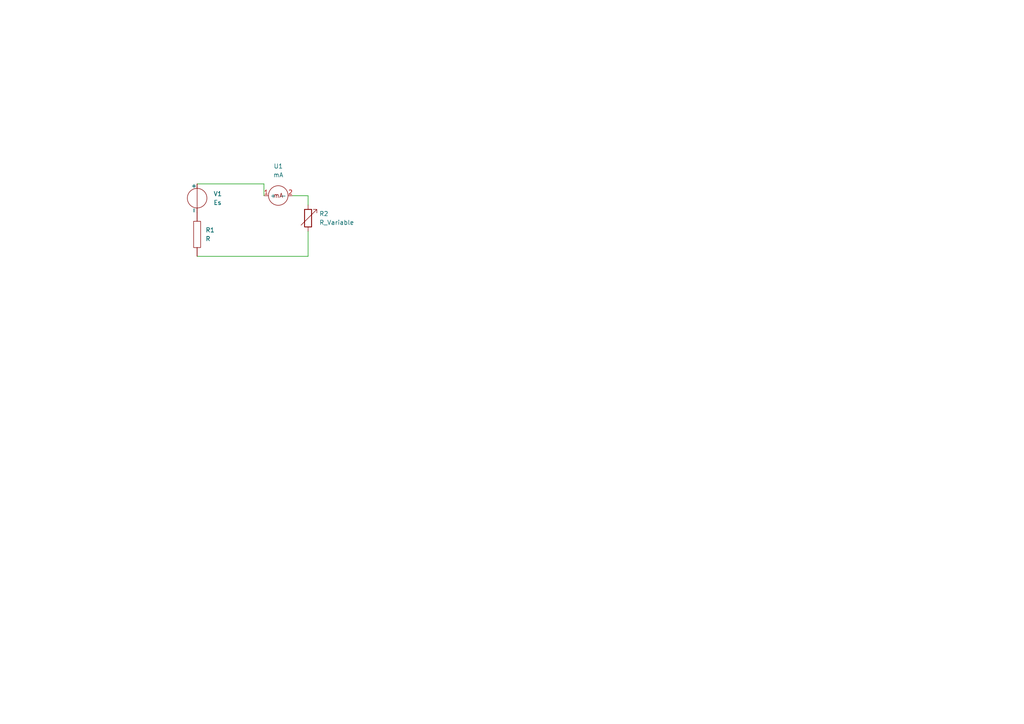
<source format=kicad_sch>
(kicad_sch (version 20211123) (generator eeschema)

  (uuid 185d1909-3263-40f4-8acf-f3df86ddf3ac)

  (paper "A4")

  (lib_symbols
    (symbol "Device:R_Variable" (pin_numbers hide) (pin_names (offset 0)) (in_bom yes) (on_board yes)
      (property "Reference" "R" (id 0) (at 2.54 -2.54 90)
        (effects (font (size 1.27 1.27)) (justify left))
      )
      (property "Value" "R_Variable" (id 1) (at -2.54 -1.27 90)
        (effects (font (size 1.27 1.27)) (justify left))
      )
      (property "Footprint" "" (id 2) (at -1.778 0 90)
        (effects (font (size 1.27 1.27)) hide)
      )
      (property "Datasheet" "~" (id 3) (at 0 0 0)
        (effects (font (size 1.27 1.27)) hide)
      )
      (property "ki_keywords" "R res resistor variable potentiometer rheostat" (id 4) (at 0 0 0)
        (effects (font (size 1.27 1.27)) hide)
      )
      (property "ki_description" "Variable resistor" (id 5) (at 0 0 0)
        (effects (font (size 1.27 1.27)) hide)
      )
      (property "ki_fp_filters" "R_*" (id 6) (at 0 0 0)
        (effects (font (size 1.27 1.27)) hide)
      )
      (symbol "R_Variable_0_1"
        (rectangle (start -1.016 -2.54) (end 1.016 2.54)
          (stroke (width 0.254) (type default) (color 0 0 0 0))
          (fill (type none))
        )
        (polyline
          (pts
            (xy 2.54 1.524)
            (xy 2.54 2.54)
            (xy 1.524 2.54)
            (xy 2.54 2.54)
            (xy -2.032 -2.032)
          )
          (stroke (width 0) (type default) (color 0 0 0 0))
          (fill (type none))
        )
      )
      (symbol "R_Variable_1_1"
        (pin passive line (at 0 3.81 270) (length 1.27)
          (name "~" (effects (font (size 1.27 1.27))))
          (number "1" (effects (font (size 1.27 1.27))))
        )
        (pin passive line (at 0 -3.81 90) (length 1.27)
          (name "~" (effects (font (size 1.27 1.27))))
          (number "2" (effects (font (size 1.27 1.27))))
        )
      )
    )
    (symbol "pspice:R" (pin_numbers hide) (pin_names (offset 0)) (in_bom yes) (on_board yes)
      (property "Reference" "R" (id 0) (at 2.032 0 90)
        (effects (font (size 1.27 1.27)))
      )
      (property "Value" "R" (id 1) (at 0 0 90)
        (effects (font (size 1.27 1.27)))
      )
      (property "Footprint" "" (id 2) (at 0 0 0)
        (effects (font (size 1.27 1.27)) hide)
      )
      (property "Datasheet" "~" (id 3) (at 0 0 0)
        (effects (font (size 1.27 1.27)) hide)
      )
      (property "ki_keywords" "resistor simulation" (id 4) (at 0 0 0)
        (effects (font (size 1.27 1.27)) hide)
      )
      (property "ki_description" "Resistor symbol for simulation only" (id 5) (at 0 0 0)
        (effects (font (size 1.27 1.27)) hide)
      )
      (symbol "R_0_1"
        (rectangle (start -1.016 3.81) (end 1.016 -3.81)
          (stroke (width 0) (type default) (color 0 0 0 0))
          (fill (type none))
        )
      )
      (symbol "R_1_1"
        (pin passive line (at 0 6.35 270) (length 2.54)
          (name "~" (effects (font (size 1.27 1.27))))
          (number "1" (effects (font (size 1.27 1.27))))
        )
        (pin passive line (at 0 -6.35 90) (length 2.54)
          (name "~" (effects (font (size 1.27 1.27))))
          (number "2" (effects (font (size 1.27 1.27))))
        )
      )
    )
    (symbol "test2021:Es" (pin_numbers hide) (pin_names (offset 0)) (in_bom yes) (on_board yes)
      (property "Reference" "V" (id 0) (at -3.5306 2.667 0)
        (effects (font (size 1.27 1.27)))
      )
      (property "Value" "Es" (id 1) (at -2.9972 -3.3782 0)
        (effects (font (size 1.27 1.27)))
      )
      (property "Footprint" "" (id 2) (at -1.778 -0.0508 90)
        (effects (font (size 1.27 1.27)) hide)
      )
      (property "Datasheet" "~" (id 3) (at -3.5306 -1.1176 0)
        (effects (font (size 1.27 1.27)) hide)
      )
      (property "ki_keywords" "R res resistor" (id 4) (at 0 0 0)
        (effects (font (size 1.27 1.27)) hide)
      )
      (property "ki_description" "Resistor" (id 5) (at 0 0 0)
        (effects (font (size 1.27 1.27)) hide)
      )
      (property "ki_fp_filters" "R_*" (id 6) (at 0 0 0)
        (effects (font (size 1.27 1.27)) hide)
      )
      (symbol "Es_0_1"
        (circle (center 0 -0.0508) (radius 2.8398)
          (stroke (width 0) (type default) (color 0 0 0 0))
          (fill (type none))
        )
        (polyline
          (pts
            (xy 0 2.7686)
            (xy 0 2.7686)
          )
          (stroke (width 0) (type default) (color 0 0 0 0))
          (fill (type none))
        )
        (polyline
          (pts
            (xy 0 2.794)
            (xy 0 -2.921)
          )
          (stroke (width 0) (type default) (color 0 0 0 0))
          (fill (type none))
        )
      )
      (symbol "Es_1_1"
        (pin passive line (at 0 4.0894 270) (length 1.27)
          (name "+" (effects (font (size 1.27 1.27))))
          (number "1" (effects (font (size 1.27 1.27))))
        )
        (pin passive line (at 0 -4.2164 90) (length 1.27)
          (name "-" (effects (font (size 1.27 1.27))))
          (number "2" (effects (font (size 1.27 1.27))))
        )
      )
    )
    (symbol "test2021:mA" (in_bom yes) (on_board yes)
      (property "Reference" "U" (id 0) (at -1.1176 -3.556 0)
        (effects (font (size 1.27 1.27)))
      )
      (property "Value" "mA" (id 1) (at -4.6736 3.7592 0)
        (effects (font (size 1.27 1.27)))
      )
      (property "Footprint" "" (id 2) (at 0 0.0254 0)
        (effects (font (size 1.27 1.27)) hide)
      )
      (property "Datasheet" "" (id 3) (at 0 0.0254 0)
        (effects (font (size 1.27 1.27)) hide)
      )
      (symbol "mA_0_0"
        (text "mA" (at -0.1016 0.0508 0)
          (effects (font (size 1.27 1.27)))
        )
      )
      (symbol "mA_0_1"
        (circle (center -0.1143 0.0635) (radius 2.8398)
          (stroke (width 0) (type default) (color 0 0 0 0))
          (fill (type none))
        )
        (polyline
          (pts
            (xy -2.9337 0.0635)
            (xy -2.9337 0.0635)
          )
          (stroke (width 0) (type default) (color 0 0 0 0))
          (fill (type none))
        )
      )
      (symbol "mA_1_1"
        (pin passive line (at -4.2672 0 0) (length 1.27)
          (name "+" (effects (font (size 1.27 1.27))))
          (number "1" (effects (font (size 1.27 1.27))))
        )
        (pin passive line (at 4.064 0 180) (length 1.27)
          (name "-" (effects (font (size 1.27 1.27))))
          (number "2" (effects (font (size 1.27 1.27))))
        )
      )
    )
  )


  (wire (pts (xy 76.5556 53.34) (xy 76.5556 56.769))
    (stroke (width 0) (type default) (color 0 0 0 0))
    (uuid 1408f6f5-83ff-46bb-b147-952f88cd32ed)
  )
  (wire (pts (xy 57.1754 53.34) (xy 76.5556 53.34))
    (stroke (width 0) (type default) (color 0 0 0 0))
    (uuid 4122ec1a-8914-41c8-86ea-4f29a61740c8)
  )
  (wire (pts (xy 84.8868 56.769) (xy 89.3572 56.769))
    (stroke (width 0) (type default) (color 0 0 0 0))
    (uuid 46376083-4dad-4cb0-8e65-558aff9bd7bc)
  )
  (wire (pts (xy 57.1754 74.3458) (xy 89.3572 74.3458))
    (stroke (width 0) (type default) (color 0 0 0 0))
    (uuid 8a7e42df-2919-4f37-91d2-47ce38262699)
  )
  (wire (pts (xy 89.3572 74.3458) (xy 89.3572 67.0814))
    (stroke (width 0) (type default) (color 0 0 0 0))
    (uuid e7703167-4805-4bad-b57a-f12dd7850636)
  )
  (wire (pts (xy 89.3572 56.769) (xy 89.3572 59.4614))
    (stroke (width 0) (type default) (color 0 0 0 0))
    (uuid fed02ae3-5ef5-4023-81c8-90b43f34350d)
  )

  (symbol (lib_id "test2021:Es") (at 57.1754 57.4294 0) (unit 1)
    (in_bom yes) (on_board yes) (fields_autoplaced)
    (uuid 08fbd43e-d87f-45df-ac60-20c54ef956b0)
    (property "Reference" "V1" (id 0) (at 61.8998 56.2228 0)
      (effects (font (size 1.27 1.27)) (justify left))
    )
    (property "Value" "Es" (id 1) (at 61.8998 58.7628 0)
      (effects (font (size 1.27 1.27)) (justify left))
    )
    (property "Footprint" "test2021:Vs" (id 2) (at 55.3974 57.4802 90)
      (effects (font (size 1.27 1.27)) hide)
    )
    (property "Datasheet" "~" (id 3) (at 53.6448 58.547 0)
      (effects (font (size 1.27 1.27)) hide)
    )
    (pin "1" (uuid bcf557bd-f87a-491c-8afe-eaacd5ec1d08))
    (pin "2" (uuid 41081ddd-a365-4dde-8d4f-1c3aace62ef0))
  )

  (symbol (lib_id "pspice:R") (at 57.1754 67.9958 0) (unit 1)
    (in_bom yes) (on_board yes) (fields_autoplaced)
    (uuid 3495295c-7e6d-48bf-9726-40000be2a37f)
    (property "Reference" "R1" (id 0) (at 59.5884 66.7257 0)
      (effects (font (size 1.27 1.27)) (justify left))
    )
    (property "Value" "R" (id 1) (at 59.5884 69.2657 0)
      (effects (font (size 1.27 1.27)) (justify left))
    )
    (property "Footprint" "test2021:R" (id 2) (at 57.1754 67.9958 0)
      (effects (font (size 1.27 1.27)) hide)
    )
    (property "Datasheet" "~" (id 3) (at 57.1754 67.9958 0)
      (effects (font (size 1.27 1.27)) hide)
    )
    (pin "1" (uuid 181461ea-84eb-42ae-9f33-6b56d0983292))
    (pin "2" (uuid 3641bf5f-cf13-4885-b13a-f601cc4c23f6))
  )

  (symbol (lib_id "test2021:mA") (at 80.8228 56.769 0) (unit 1)
    (in_bom yes) (on_board yes) (fields_autoplaced)
    (uuid 8f9e09ca-4271-44fe-869e-8afcef1a863c)
    (property "Reference" "U1" (id 0) (at 80.7212 48.2092 0))
    (property "Value" "mA" (id 1) (at 80.7212 50.7492 0))
    (property "Footprint" "test2021:Multimeter" (id 2) (at 80.8228 56.7436 0)
      (effects (font (size 1.27 1.27)) hide)
    )
    (property "Datasheet" "" (id 3) (at 80.8228 56.7436 0)
      (effects (font (size 1.27 1.27)) hide)
    )
    (pin "1" (uuid 112b264f-6991-4259-8ec9-f5a9e418de78))
    (pin "2" (uuid 151b6252-57c1-4191-8301-2419156d87c1))
  )

  (symbol (lib_id "Device:R_Variable") (at 89.3572 63.2714 0) (unit 1)
    (in_bom yes) (on_board yes) (fields_autoplaced)
    (uuid 9fe81c02-e9c7-41f1-83d6-26fc73b75331)
    (property "Reference" "R2" (id 0) (at 92.583 62.0013 0)
      (effects (font (size 1.27 1.27)) (justify left))
    )
    (property "Value" "R_Variable" (id 1) (at 92.583 64.5413 0)
      (effects (font (size 1.27 1.27)) (justify left))
    )
    (property "Footprint" "test2021:Rv" (id 2) (at 87.5792 63.2714 90)
      (effects (font (size 1.27 1.27)) hide)
    )
    (property "Datasheet" "~" (id 3) (at 89.3572 63.2714 0)
      (effects (font (size 1.27 1.27)) hide)
    )
    (pin "1" (uuid 4e966cce-2bce-4533-9633-43883998f864))
    (pin "2" (uuid 9c3964c0-b496-4d41-ae17-7934e50e23f5))
  )

  (sheet_instances
    (path "/" (page "1"))
  )

  (symbol_instances
    (path "/3495295c-7e6d-48bf-9726-40000be2a37f"
      (reference "R1") (unit 1) (value "R") (footprint "test2021:R")
    )
    (path "/9fe81c02-e9c7-41f1-83d6-26fc73b75331"
      (reference "R2") (unit 1) (value "R_Variable") (footprint "test2021:Rv")
    )
    (path "/8f9e09ca-4271-44fe-869e-8afcef1a863c"
      (reference "U1") (unit 1) (value "mA") (footprint "test2021:Multimeter")
    )
    (path "/08fbd43e-d87f-45df-ac60-20c54ef956b0"
      (reference "V1") (unit 1) (value "Es") (footprint "test2021:Vs")
    )
  )
)

</source>
